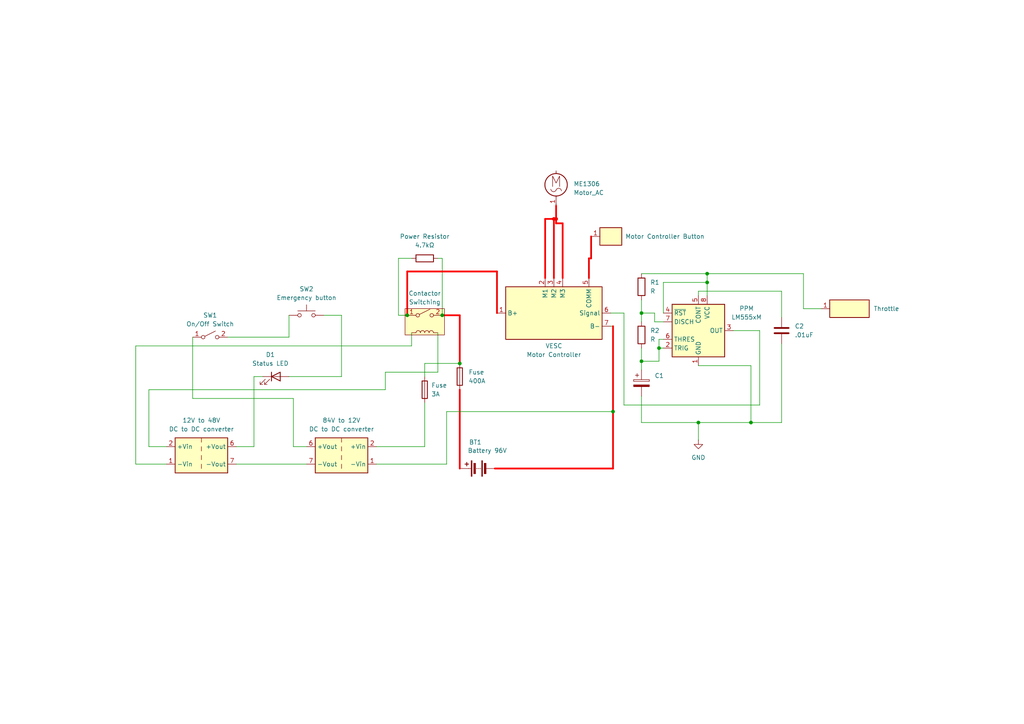
<source format=kicad_sch>
(kicad_sch (version 20250114) (generator "eeschema") (generator_version "9.0")
  (paper "A4")
  (lib_symbols
    (symbol "Converter_DCDC:ITX0524SA"
      (property "Reference" "PS" (at -7.62 6.35 0))
      (property "Value" "ITX0524SA" (at 1.27 6.35 0))
      (symbol "ITX0524SA_0_0"
        (pin power_in line (at -10.16 2.54 0) (length 2.54) (name "+Vin") (number "2"))
        (pin power_in line (at -10.16 -2.54 0) (length 2.54) (name "-Vin") (number "1"))
        (pin no_connect line (at 7.62 0 180) (length 2.54) (hide yes) (name "NC") (number "8"))
        (pin power_out line (at 10.16 2.54 180) (length 2.54) (name "+Vout") (number "6"))
        (pin power_out line (at 10.16 -2.54 180) (length 2.54) (name "-Vout") (number "7"))
      )
      (symbol "ITX0524SA_0_1"
        (rectangle (start -7.62 5.08) (end 7.62 -5.08) (stroke (width 0.254)) (fill (type background)))
        (polyline (pts (xy 0 5.08) (xy 0 3.81)))
        (polyline (pts (xy 0 2.54) (xy 0 1.27)))
        (polyline (pts (xy 0 0) (xy 0 -1.27)))
        (polyline (pts (xy 0 -2.54) (xy 0 -3.81)))
      )
    )
    (symbol "Device:Battery" (pin_numbers (hide yes)) (pin_names (offset 0) (hide yes))
      (property "Reference" "BT" (at 2.54 2.54 0))
      (property "Value" "Battery" (at 2.54 0 0))
      (symbol "Battery_0_1"
        (rectangle (start -2.286 1.778) (end 2.286 1.524) (fill (type outline)))
        (rectangle (start -2.286 -1.27) (end 2.286 -1.524) (fill (type outline)))
        (rectangle (start -1.524 1.016) (end 1.524 0.508) (fill (type outline)))
        (rectangle (start -1.524 -2.032) (end 1.524 -2.54) (fill (type outline)))
        (polyline (pts (xy 0 1.778) (xy 0 2.54)))
        (polyline (pts (xy 0 0) (xy 0 0.254)))
        (polyline (pts (xy 0 -0.508) (xy 0 -0.254)))
        (polyline (pts (xy 0 -1.016) (xy 0 -0.762)))
        (polyline (pts (xy 0.762 3.048) (xy 1.778 3.048)) (stroke (width 0.254)))
        (polyline (pts (xy 1.27 3.556) (xy 1.27 2.54)) (stroke (width 0.254)))
      )
      (symbol "Battery_1_1"
        (pin passive line (at 0 5.08 270) (length 2.54) (name "+") (number "1"))
        (pin passive line (at 0 -5.08 90) (length 2.54) (name "-") (number "2"))
      )
    )
    (symbol "Device:C" (pin_numbers (hide yes)) (pin_names (offset 0.254))
      (property "Reference" "C" (at 0.635 2.54 0))
      (property "Value" "C" (at 0.635 -2.54 0))
      (symbol "C_0_1"
        (polyline (pts (xy -2.032 0.762) (xy 2.032 0.762)) (stroke (width 0.508)))
        (polyline (pts (xy -2.032 -0.762) (xy 2.032 -0.762)) (stroke (width 0.508)))
      )
      (symbol "C_1_1"
        (pin passive line (at 0 3.81 270) (length 2.794) (name "~") (number "1"))
        (pin passive line (at 0 -3.81 90) (length 2.794) (name "~") (number "2"))
      )
    )
    (symbol "Device:C_Polarized" (pin_numbers (hide yes)) (pin_names (offset 0.254))
      (property "Reference" "C" (at 0.635 2.54 0))
      (property "Value" "C_Polarized" (at 0.635 -2.54 0))
      (symbol "C_Polarized_0_1"
        (rectangle (start -2.286 0.508) (end 2.286 1.016))
        (polyline (pts (xy -1.778 2.286) (xy -0.762 2.286)))
        (polyline (pts (xy -1.27 2.794) (xy -1.27 1.778)))
        (rectangle (start 2.286 -0.508) (end -2.286 -1.016) (fill (type outline)))
      )
      (symbol "C_Polarized_1_1"
        (pin passive line (at 0 3.81 270) (length 2.794) (name "~") (number "1"))
        (pin passive line (at 0 -3.81 90) (length 2.794) (name "~") (number "2"))
      )
    )
    (symbol "Device:Fuse" (pin_numbers (hide yes)) (pin_names (offset 0))
      (property "Reference" "F" (at 2.032 0 90))
      (property "Value" "Fuse" (at -1.905 0 90))
      (symbol "Fuse_0_1"
        (rectangle (start -0.762 -2.54) (end 0.762 2.54) (stroke (width 0.254)))
        (polyline (pts (xy 0 2.54) (xy 0 -2.54)))
      )
      (symbol "Fuse_1_1"
        (pin passive line (at 0 3.81 270) (length 1.27) (name "~") (number "1"))
        (pin passive line (at 0 -3.81 90) (length 1.27) (name "~") (number "2"))
      )
    )
    (symbol "Device:L" (pin_numbers (hide yes)) (pin_names (offset 1.016) (hide yes))
      (property "Reference" "L" (at -1.27 0 90))
      (property "Value" "L" (at 1.905 0 90))
      (symbol "L_0_1"
        (arc (start 0 2.54) (mid 0.6323 1.905) (end 0 1.27))
        (arc (start 0 1.27) (mid 0.6323 0.635) (end 0 0))
        (arc (start 0 0) (mid 0.6323 -0.635) (end 0 -1.27))
        (arc (start 0 -1.27) (mid 0.6323 -1.905) (end 0 -2.54))
      )
      (symbol "L_1_1"
        (pin passive line (at 0 3.81 270) (length 1.27) (name "1") (number "1"))
        (pin passive line (at 0 -3.81 90) (length 1.27) (name "2") (number "2"))
      )
    )
    (symbol "Device:LED" (pin_numbers (hide yes)) (pin_names (offset 1.016) (hide yes))
      (property "Reference" "D" (at 0 2.54 0))
      (property "Value" "LED" (at 0 -2.54 0))
      (symbol "LED_0_1"
        (polyline (pts (xy -3.048 -0.762) (xy -4.572 -2.286) (xy -3.81 -2.286) (xy -4.572 -2.286) (xy -4.572 -1.524)))
        (polyline (pts (xy -1.778 -0.762) (xy -3.302 -2.286) (xy -2.54 -2.286) (xy -3.302 -2.286) (xy -3.302 -1.524)))
        (polyline (pts (xy -1.27 0) (xy 1.27 0)))
        (polyline (pts (xy -1.27 -1.27) (xy -1.27 1.27)) (stroke (width 0.254)))
        (polyline (pts (xy 1.27 -1.27) (xy 1.27 1.27) (xy -1.27 0) (xy 1.27 -1.27)) (stroke (width 0.254)))
      )
      (symbol "LED_1_1"
        (pin passive line (at -3.81 0 0) (length 2.54) (name "K") (number "1"))
        (pin passive line (at 3.81 0 180) (length 2.54) (name "A") (number "2"))
      )
    )
    (symbol "Device:R" (pin_numbers (hide yes)) (pin_names (offset 0))
      (property "Reference" "R" (at 2.032 0 90))
      (property "Value" "R" (at 0 0 90))
      (symbol "R_0_1"
        (rectangle (start -1.016 -2.54) (end 1.016 2.54) (stroke (width 0.254)))
      )
      (symbol "R_1_1"
        (pin passive line (at 0 3.81 270) (length 1.27) (name "~") (number "1"))
        (pin passive line (at 0 -3.81 90) (length 1.27) (name "~") (number "2"))
      )
    )
    (symbol "ITX0524SA_2"
      (property "Value" "Throttle" (at -1.905 3.81 0))
      (symbol "ITX0524SA_2_0_0"
        (pin no_connect line (at 7.62 0 180) (length 2.54) (hide yes) (name "NC") (number "8"))
      )
      (symbol "ITX0524SA_2_0_1"
        (rectangle (start -7.62 1.27) (end 3.81 -3.81) (stroke (width 0.254)) (fill (type background)))
      )
      (symbol "ITX0524SA_2_1_0"
        (pin power_in line (at -10.16 -1.27 0) (length 2.54) (name "") (number "1"))
      )
    )
    (symbol "ITX0524SA_3"
      (property "Value" "Motor Controller Button" (at -0.254 -1.27 0))
      (symbol "ITX0524SA_3_0_0"
        (pin no_connect line (at 7.62 0 180) (length 2.54) (hide yes) (name "NC") (number "8"))
      )
      (symbol "ITX0524SA_3_0_1"
        (rectangle (start -7.62 1.27) (end -1.27 -3.81) (stroke (width 0.254)) (fill (type background)))
      )
      (symbol "ITX0524SA_3_1_0"
        (pin power_in line (at -10.16 -1.27 0) (length 2.54) (name "") (number "1"))
      )
    )
    (symbol "Interface_USB:MCP2221AxST"
      (property "Reference" "VESC" (at -4.445 -3.81 0))
      (property "Value" "Motor Controller" (at -4.445 -6.35 0))
      (symbol "MCP2221AxST_0_1"
        (rectangle (start 9.525 13.335) (end -18.415 -1.905) (stroke (width 0.254)) (fill (type background)))
      )
      (symbol "MCP2221AxST_1_1"
        (pin bidirectional line (at -20.955 5.715 0) (length 2.54) (name "B+") (number "1"))
        (pin bidirectional line (at -6.985 15.875 270) (length 2.54) (name "M1") (number "2"))
        (pin bidirectional line (at -4.445 15.875 270) (length 2.54) (name "M2") (number "3"))
        (pin bidirectional line (at -1.905 15.875 270) (length 2.54) (name "M3") (number "4"))
        (pin bidirectional line (at 5.715 15.875 270) (length 2.54) (name "COMM") (number "5"))
        (pin bidirectional line (at 12.065 5.715 180) (length 2.54) (name "Signal") (number "6"))
        (pin bidirectional line (at 12.065 1.905 180) (length 2.54) (name "B-") (number "7"))
      )
    )
    (symbol "Motor:Motor_AC" (pin_names (offset 0))
      (property "Reference" "M1" (at 5.08 -1.2699 0))
      (property "Value" "Motor_AC" (at 5.08 -3.8099 0))
      (symbol "Motor_AC_0_0"
        (polyline (pts (xy -1.016 -2.032) (xy -1.016 1.016) (xy 0 -1.016) (xy 1.016 1.016) (xy 1.016 -2.032)))
        (arc (start 0 -3.048) (mid -0.8622 -3.5222) (end -1.524 -2.794))
        (arc (start 0 -3.048) (mid 0.8657 -2.5527) (end 1.524 -3.302))
      )
      (symbol "Motor_AC_0_1"
        (polyline (pts (xy 0 2.032) (xy 0 2.54)))
        (polyline (pts (xy 0 1.7272) (xy 0 2.0828)))
        (circle (center 0 -1.524) (radius 3.2512) (stroke (width 0.254)))
        (polyline (pts (xy 0 -4.7752) (xy 0 -5.1816)))
        (polyline (pts (xy 0 -7.62) (xy 0 -7.112)))
      )
      (symbol "Motor_AC_1_1"
        (pin passive line (at 0 -7.62 90) (length 2.54) (name "~") (number "1"))
      )
    )
    (symbol "Switch:SW_Push" (pin_numbers (hide yes)) (pin_names (offset 1.016) (hide yes))
      (property "Reference" "SW" (at 1.27 2.54 0))
      (property "Value" "SW_Push" (at 0 -1.524 0))
      (symbol "SW_Push_0_1"
        (circle (center -2.032 0) (radius 0.508))
        (polyline (pts (xy 0 1.27) (xy 0 3.048)))
        (circle (center 2.032 0) (radius 0.508))
        (polyline (pts (xy 2.54 1.27) (xy -2.54 1.27)))
        (pin passive line (at -5.08 0 0) (length 2.54) (name "1") (number "1"))
        (pin passive line (at 5.08 0 180) (length 2.54) (name "2") (number "2"))
      )
    )
    (symbol "Switch:SW_SPST" (pin_names (offset 0) (hide yes))
      (property "Reference" "SW" (at 0 3.175 0))
      (property "Value" "SW_SPST" (at 0 -2.54 0))
      (symbol "SW_SPST_0_0"
        (circle (center -2.032 0) (radius 0.508))
        (polyline (pts (xy -1.524 0.254) (xy 1.524 1.778)))
        (circle (center 2.032 0) (radius 0.508))
      )
      (symbol "SW_SPST_1_1"
        (pin passive line (at -5.08 0 0) (length 2.54) (name "A") (number "1"))
        (pin passive line (at 5.08 0 180) (length 2.54) (name "B") (number "2"))
      )
    )
    (symbol "Timer:LM555xM"
      (property "Reference" "U" (at -10.16 8.89 0))
      (property "Value" "LM555xM" (at 2.54 8.89 0))
      (symbol "LM555xM_0_0"
        (pin power_in line (at 0 -10.16 90) (length 2.54) (name "GND") (number "1"))
        (pin power_in line (at 2.54 10.16 270) (length 2.54) (name "VCC") (number "8"))
      )
      (symbol "LM555xM_0_1"
        (rectangle (start -7.62 7.62) (end 7.62 -7.62) (stroke (width 0.254)) (fill (type background)))
      )
      (symbol "LM555xM_1_1"
        (pin input line (at -10.16 5.08 0) (length 2.54) (name "~{RST}") (number "4"))
        (pin input line (at -10.16 2.54 0) (length 2.54) (name "DISCH") (number "7"))
        (pin input line (at -10.16 -2.54 0) (length 2.54) (name "THRES") (number "6"))
        (pin input line (at -10.16 -5.08 0) (length 2.54) (name "TRIG") (number "2"))
        (pin open_collector line (at 0 10.16 270) (length 2.54) (name "CONT") (number "5"))
        (pin output line (at 10.16 0 180) (length 2.54) (name "OUT") (number "3"))
      )
    )
    (symbol "power:GND" (power) (pin_numbers (hide yes)) (pin_names (offset 0) (hide yes))
      (property "Value" "GND" (at 0 -3.81 0))
      (symbol "GND_0_1"
        (polyline (pts (xy 0 0) (xy 0 -1.27) (xy 1.27 -1.27) (xy 0 -2.54) (xy -1.27 -1.27) (xy 0 -1.27)))
      )
      (symbol "GND_1_1"
        (pin power_in line (at 0 0 270) (length 0) (name "~") (number "1"))
      )
    )
  )
  (rectangle (start 117.475 89.535) (end 128.905 97.155) (stroke (width 0) (color 132 0 0 1)) (fill (type color) (color 255 255 194 1)))
  (junction (at 186.055 90.805))
  (junction (at 118.11 91.44))
  (junction (at 161.29 63.5) (color 240 0 0 1))
  (junction (at 186.055 104.775))
  (junction (at 205.105 79.375))
  (junction (at 217.805 122.555))
  (junction (at 128.27 91.44))
  (junction (at 191.135 100.965))
  (junction (at 160.655 63.5) (color 240 0 0 1))
  (junction (at 202.565 122.555))
  (junction (at 205.105 81.915))
  (junction (at 133.35 105.41))
  (junction (at 177.8 119.38))
  (wire (pts (xy 55.88 115.57) (xy 55.88 97.79)))
  (wire (pts (xy 192.405 100.965) (xy 191.135 100.965)))
  (wire (pts (xy 177.8 119.38) (xy 177.8 94.615)) (stroke (width 0.508) (color 251 0 0 1)))
  (wire (pts (xy 127 74.93) (xy 128.27 74.93)))
  (wire (pts (xy 202.565 84.455) (xy 226.695 84.455)))
  (wire (pts (xy 220.345 117.475) (xy 180.975 117.475)))
  (wire (pts (xy 115.57 91.44) (xy 115.57 74.93)))
  (wire (pts (xy 177.8 135.89) (xy 177.8 119.38)) (stroke (width 0.508) (color 251 0 0 1)))
  (wire (pts (xy 99.06 91.44) (xy 99.06 109.22)))
  (wire (pts (xy 66.04 97.79) (xy 83.82 97.79)))
  (wire (pts (xy 129.54 119.38) (xy 177.8 119.38)))
  (wire (pts (xy 68.58 134.62) (xy 88.9 134.62)))
  (wire (pts (xy 73.66 109.22) (xy 73.66 129.54)))
  (wire (pts (xy 133.35 113.03) (xy 133.35 135.89)) (stroke (width 0.508) (color 255 0 0 1)))
  (wire (pts (xy 39.37 134.62) (xy 48.26 134.62)))
  (wire (pts (xy 163.195 64.77) (xy 163.195 80.645)) (stroke (width 0.508) (color 254 0 0 1)))
  (wire (pts (xy 119.38 96.52) (xy 119.38 100.33)))
  (wire (pts (xy 186.055 90.805) (xy 186.055 93.345)))
  (wire (pts (xy 39.37 100.33) (xy 39.37 134.62)))
  (wire (pts (xy 212.725 95.885) (xy 220.345 95.885)))
  (wire (pts (xy 238.125 89.535) (xy 233.045 89.535)))
  (wire (pts (xy 171.45 74.93) (xy 170.815 74.93)) (stroke (width 0.508) (color 239 0 0 1)))
  (wire (pts (xy 226.695 84.455) (xy 226.695 92.075)))
  (wire (pts (xy 93.98 91.44) (xy 99.06 91.44)))
  (wire (pts (xy 192.405 93.345) (xy 189.865 93.345)))
  (wire (pts (xy 202.565 106.045) (xy 217.805 106.045)))
  (wire (pts (xy 133.35 91.44) (xy 128.27 91.44)) (stroke (width 0.508) (color 250 0 0 1)))
  (wire (pts (xy 158.115 63.5) (xy 158.115 80.645)) (stroke (width 0.508) (color 254 0 0 1)))
  (wire (pts (xy 43.18 129.54) (xy 43.18 113.03)))
  (wire (pts (xy 144.145 78.74) (xy 118.11 78.74)) (stroke (width 0.508) (color 245 0 0 1)))
  (wire (pts (xy 186.055 100.965) (xy 186.055 104.775)))
  (wire (pts (xy 233.045 79.375) (xy 205.105 79.375)))
  (wire (pts (xy 161.29 59.69) (xy 161.29 63.5)) (stroke (width 0.508) (color 254 0 0 1)))
  (wire (pts (xy 205.105 79.375) (xy 205.105 81.915)))
  (wire (pts (xy 191.135 100.965) (xy 191.135 104.775)))
  (wire (pts (xy 186.055 104.775) (xy 186.055 107.315)))
  (wire (pts (xy 192.405 90.805) (xy 192.405 81.915)))
  (wire (pts (xy 217.805 122.555) (xy 202.565 122.555)))
  (wire (pts (xy 186.055 122.555) (xy 186.055 114.935)))
  (wire (pts (xy 186.055 79.375) (xy 205.105 79.375)))
  (wire (pts (xy 186.055 86.995) (xy 186.055 90.805)))
  (wire (pts (xy 123.19 105.41) (xy 133.35 105.41)))
  (wire (pts (xy 161.29 64.77) (xy 161.29 63.5)) (stroke (width 0.508) (color 254 0 0 1)))
  (wire (pts (xy 88.9 129.54) (xy 85.09 129.54)))
  (wire (pts (xy 233.045 89.535) (xy 233.045 79.375)))
  (wire (pts (xy 189.865 90.805) (xy 186.055 90.805)))
  (wire (pts (xy 189.865 93.345) (xy 189.865 90.805)))
  (wire (pts (xy 170.815 74.93) (xy 170.815 80.645)) (stroke (width 0.508) (color 239 0 0 1)))
  (wire (pts (xy 191.135 100.965) (xy 191.135 98.425)))
  (wire (pts (xy 119.38 100.33) (xy 39.37 100.33)))
  (wire (pts (xy 123.19 129.54) (xy 109.22 129.54)))
  (wire (pts (xy 128.27 74.93) (xy 128.27 91.44)))
  (wire (pts (xy 133.35 105.41) (xy 133.35 91.44)) (stroke (width 0.508) (color 250 0 0 1)))
  (wire (pts (xy 85.09 115.57) (xy 55.88 115.57)))
  (wire (pts (xy 217.805 106.045) (xy 217.805 122.555)))
  (wire (pts (xy 109.22 134.62) (xy 129.54 134.62)))
  (wire (pts (xy 160.655 63.5) (xy 158.115 63.5)) (stroke (width 0.508) (color 254 0 0 1)))
  (wire (pts (xy 129.54 134.62) (xy 129.54 119.38)))
  (wire (pts (xy 192.405 81.915) (xy 205.105 81.915)))
  (wire (pts (xy 191.135 98.425) (xy 192.405 98.425)))
  (wire (pts (xy 85.09 129.54) (xy 85.09 115.57)))
  (wire (pts (xy 180.975 90.805) (xy 177.165 90.805)))
  (wire (pts (xy 226.695 99.695) (xy 226.695 122.555)))
  (wire (pts (xy 220.345 95.885) (xy 220.345 117.475)))
  (wire (pts (xy 76.2 109.22) (xy 73.66 109.22)))
  (wire (pts (xy 202.565 85.725) (xy 202.565 84.455)))
  (wire (pts (xy 48.26 129.54) (xy 43.18 129.54)))
  (wire (pts (xy 160.655 63.5) (xy 160.655 80.645)) (stroke (width 0.508) (color 254 0 0 1)))
  (wire (pts (xy 171.45 74.93) (xy 171.45 68.58)) (stroke (width 0.508) (color 239 0 0 1)))
  (wire (pts (xy 123.19 109.22) (xy 123.19 105.41)))
  (wire (pts (xy 217.805 122.555) (xy 226.695 122.555)))
  (wire (pts (xy 144.145 90.805) (xy 144.145 78.74)) (stroke (width 0.508) (color 245 0 0 1)))
  (wire (pts (xy 205.105 81.915) (xy 205.105 85.725)))
  (wire (pts (xy 191.135 104.775) (xy 186.055 104.775)))
  (wire (pts (xy 123.19 116.84) (xy 123.19 129.54)))
  (wire (pts (xy 73.66 129.54) (xy 68.58 129.54)))
  (wire (pts (xy 115.57 74.93) (xy 119.38 74.93)))
  (wire (pts (xy 177.8 94.615) (xy 177.165 94.615)))
  (wire (pts (xy 202.565 122.555) (xy 202.565 127.635)))
  (wire (pts (xy 111.76 107.95) (xy 127 107.95)))
  (wire (pts (xy 202.565 122.555) (xy 186.055 122.555)))
  (wire (pts (xy 161.29 63.5) (xy 160.655 63.5)))
  (wire (pts (xy 118.11 78.74) (xy 118.11 91.44)) (stroke (width 0.508) (color 245 0 0 1)))
  (wire (pts (xy 43.18 113.03) (xy 111.76 113.03)))
  (wire (pts (xy 99.06 109.22) (xy 83.82 109.22)))
  (wire (pts (xy 111.76 113.03) (xy 111.76 107.95)))
  (wire (pts (xy 127 107.95) (xy 127 96.52)))
  (wire (pts (xy 83.82 97.79) (xy 83.82 91.44)))
  (wire (pts (xy 118.11 91.44) (xy 115.57 91.44)))
  (wire (pts (xy 180.975 117.475) (xy 180.975 90.805)))
  (wire (pts (xy 161.29 64.77) (xy 163.195 64.77)) (stroke (width 0.508) (color 254 0 0 1)))
  (wire (pts (xy 177.8 135.89) (xy 143.51 135.89)) (stroke (width 0.508) (color 251 0 0 1)))
  (symbol (lib_id "Motor:Motor_AC") (at 161.29 52.07 0) (unit 1)
    (property "Reference" "ME1306" (at 166.37 53.3399 0) (effects (justify left)))
    (property "Value" "Motor_AC" (at 166.37 55.8799 0) (effects (justify left)))
    (property "Description" "AC Motor" (effects (hide yes)))
  )
  (symbol (lib_id "Device:R") (at 123.19 74.93 90) (unit 1)
    (property "Reference" "Power Resistor" (at 123.19 68.58 90))
    (property "Value" "4.7kΩ" (at 123.19 71.12 90))
    (property "Description" "Resistor" (effects (hide yes)))
  )
  (symbol (lib_id "Device:Battery") (at 138.43 135.89 90) (unit 1)
    (property "Reference" "BT1" (at 137.8585 128.27 90))
    (property "Value" "Battery 96V" (at 141.351 130.683 90))
    (property "Description" "Multiple-cell battery" (effects (hide yes)))
  )
  (symbol (lib_id "Converter_DCDC:ITX0524SA") (at 99.06 132.08 0) (mirror y) (unit 1)
    (property "Reference" "84V to 12V" (at 99.06 121.92 0))
    (property "Value" "DC to DC converter" (at 99.06 124.46 0))
    (property "Footprint" "Converter_DCDC:Converter_DCDC_XP_POWER-ITXxxxxSA_THT" (effects (hide yes)))
    (property "Datasheet" "https://www.xppower.com/pdfs/SF_ITX.pdf" (effects (hide yes)))
    (property "Description" "XP Power 6W, 1000 VDC Isolated DC/DC Converter Module, Fully Regulated Single Output Voltage 24V, ±250mA, 5V Input Voltage, SIP" (effects (hide yes)))
  )
  (symbol (lib_id "Interface_USB:MCP2221AxST") (at 165.1 96.52 0) (unit 1)
    (property "Reference" "VESC" (at 160.655 100.33 0))
    (property "Value" "Motor Controller" (at 160.655 102.87 0))
    (property "Footprint" "Package_SO:TSSOP-14_4.4x5mm_P0.65mm" (effects (hide yes)))
    (property "Datasheet" "http://ww1.microchip.com/downloads/en/DeviceDoc/20005565B.pdf" (effects (hide yes)))
    (property "Description" "USB to I2C/UART Protocol Converter with GPIO, TSSOP-14" (effects (hide yes)))
  )
  (symbol (lib_id "power:GND") (at 202.565 127.635 0) (unit 1)
    (property "Reference" "#PWR01" (effects (hide yes)))
    (property "Value" "GND" (at 202.565 132.715 0))
    (property "Description" "Power symbol creates a global label with name \"GND\" , ground" (effects (hide yes)))
  )
  (symbol (lib_id "Switch:SW_SPST") (at 123.19 91.44 0) (unit 1)
    (property "Reference" "Contactor" (at 123.19 85.09 0))
    (property "Value" "Switching" (at 123.19 87.63 0))
    (property "Description" "Single Pole Single Throw (SPST) switch" (effects (hide yes)))
  )
  (symbol (lib_id "Converter_DCDC:ITX0524SA") (at 58.42 132.08 0) (unit 1)
    (property "Reference" "12V to 48V" (at 58.42 121.92 0))
    (property "Value" "DC to DC converter" (at 58.42 124.46 0))
    (property "Footprint" "Converter_DCDC:Converter_DCDC_XP_POWER-ITXxxxxSA_THT" (effects (hide yes)))
    (property "Datasheet" "https://www.xppower.com/pdfs/SF_ITX.pdf" (effects (hide yes)))
    (property "Description" "XP Power 6W, 1000 VDC Isolated DC/DC Converter Module, Fully Regulated Single Output Voltage 24V, ±250mA, 5V Input Voltage, SIP" (effects (hide yes)))
  )
  (symbol (lib_id "Device:L") (at 123.19 96.52 90) (unit 1)
    (property "Reference" "L1" (effects (hide yes)))
    (property "Value" "L" (effects (hide yes)))
    (property "Description" "Inductor" (effects (hide yes)))
  )
  (symbol (lib_id "Device:R") (at 186.055 83.185 0) (unit 1)
    (property "Reference" "R1" (at 188.595 81.9149 0) (effects (justify left)))
    (property "Value" "R" (at 188.595 84.4549 0) (effects (justify left)))
    (property "Description" "Resistor" (effects (hide yes)))
  )
  (symbol (lib_id "Switch:SW_SPST") (at 60.96 97.79 0) (unit 1)
    (property "Reference" "SW1" (at 60.96 91.44 0))
    (property "Value" "On/Off Switch" (at 60.96 93.98 0))
    (property "Description" "Single Pole Single Throw (SPST) switch" (effects (hide yes)))
  )
  (symbol (lib_id "Switch:SW_Push") (at 88.9 91.44 0) (unit 1)
    (property "Reference" "SW2" (at 88.9 83.82 0))
    (property "Value" "Emergency button" (at 88.9 86.36 0))
    (property "Description" "Push button switch, generic, two pins" (effects (hide yes)))
  )
  (symbol (lib_name "ITX0524SA_2") (lib_id "Converter_DCDC:ITX0524SA") (at 248.285 88.265 0) (unit 1)
    (property "Reference" "PPM2" (effects (hide yes)))
    (property "Value" "Throttle" (at 253.365 89.5349 0) (effects (justify left)))
    (property "Footprint" "Converter_DCDC:Converter_DCDC_XP_POWER-ITXxxxxSA_THT" (effects (hide yes)))
    (property "Datasheet" "https://www.xppower.com/pdfs/SF_ITX.pdf" (effects (hide yes)))
    (property "Description" "XP Power 6W, 1000 VDC Isolated DC/DC Converter Module, Fully Regulated Single Output Voltage 24V, ±250mA, 5V Input Voltage, SIP" (effects (hide yes)))
  )
  (symbol (lib_id "Device:Fuse") (at 123.19 113.03 0) (unit 1)
    (property "Reference" "Fuse" (at 125.095 111.7599 0) (effects (justify left)))
    (property "Value" "3A" (at 125.095 114.2999 0) (effects (justify left)))
    (property "Description" "Fuse" (effects (hide yes)))
  )
  (symbol (lib_id "Device:C_Polarized") (at 186.055 111.125 0) (unit 1)
    (property "Reference" "C1" (at 189.865 108.9659 0) (effects (justify left)))
    (property "Value" "C_Polarized" (effects (hide yes)))
    (property "Description" "Polarized capacitor" (effects (hide yes)))
  )
  (symbol (lib_id "Device:C") (at 226.695 95.885 0) (unit 1)
    (property "Reference" "C2" (at 230.505 94.6149 0) (effects (justify left)))
    (property "Value" ".01uF" (at 230.505 97.1549 0) (effects (justify left)))
    (property "Description" "Unpolarized capacitor" (effects (hide yes)))
  )
  (symbol (lib_id "Timer:LM555xM") (at 202.565 95.885 0) (unit 1)
    (property "Reference" "PPM" (at 216.535 89.4648 0))
    (property "Value" "LM555xM" (at 216.535 92.0048 0))
    (property "Footprint" "Package_SO:SOIC-8_3.9x4.9mm_P1.27mm" (effects (hide yes)))
    (property "Datasheet" "http://www.ti.com/lit/ds/symlink/lm555.pdf" (effects (hide yes)))
    (property "Description" "Timer, 555 compatible, SOIC-8" (effects (hide yes)))
  )
  (symbol (lib_id "Device:Fuse") (at 133.35 109.22 0) (unit 1)
    (property "Reference" "Fuse" (at 135.89 107.9499 0) (effects (justify left)))
    (property "Value" "400A" (at 135.89 110.4899 0) (effects (justify left)))
    (property "Description" "Fuse" (effects (hide yes)))
  )
  (symbol (lib_id "Device:LED") (at 80.01 109.22 0) (unit 1)
    (property "Reference" "D1" (at 78.4225 102.87 0))
    (property "Value" "Status LED" (at 78.4225 105.41 0))
    (property "Description" "Light emitting diode" (effects (hide yes)))
    (property "Sim.Pins" "1=K 2=A" (effects (hide yes)))
  )
  (symbol (lib_id "Device:R") (at 186.055 97.155 0) (unit 1)
    (property "Reference" "R2" (at 188.595 95.8849 0) (effects (justify left)))
    (property "Value" "R" (at 188.595 98.4249 0) (effects (justify left)))
    (property "Description" "Resistor" (effects (hide yes)))
  )
  (symbol (lib_name "ITX0524SA_3") (lib_id "Converter_DCDC:ITX0524SA") (at 181.61 67.31 0) (unit 1)
    (property "Reference" "RECT1" (effects (hide yes)))
    (property "Value" "Motor Controller Button" (at 181.356 68.58 0) (effects (justify left)))
  )
)
</source>
